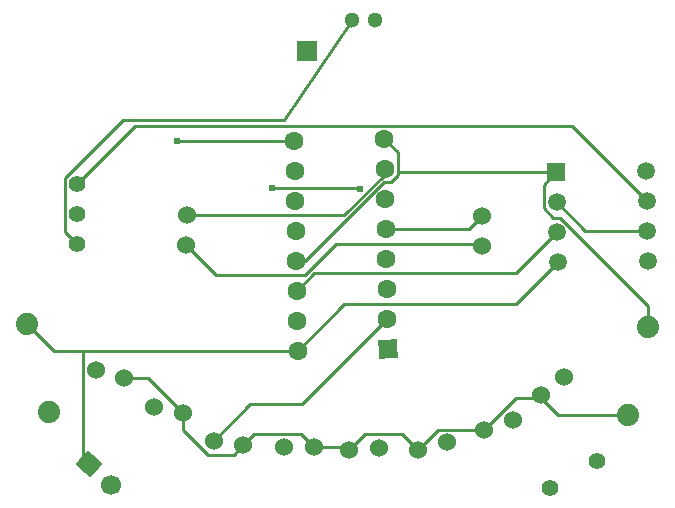
<source format=gtl>
G04 Layer: TopLayer*
G04 EasyEDA v6.5.51, 2025-10-19 10:48:53*
G04 5e3b94fd083e48a5883d67b6d006c6ac,63b151a7cfd24dbfbc8a16c83e39e105,10*
G04 Gerber Generator version 0.2*
G04 Scale: 100 percent, Rotated: No, Reflected: No *
G04 Dimensions in millimeters *
G04 leading zeros omitted , absolute positions ,4 integer and 5 decimal *
%FSLAX45Y45*%
%MOMM*%

%AMMACRO1*21,1,$1,$2,0,0,$3*%
%ADD10C,0.2540*%
%ADD11C,1.3000*%
%ADD12C,1.4000*%
%ADD13R,1.7000X1.7000*%
%ADD14C,1.5240*%
%ADD15MACRO1,1.7X1.5748X-42.9996*%
%ADD16C,1.7000*%
%ADD17C,0.0167*%
%ADD18C,1.8796*%
%ADD19MACRO1,1.5X1.5001X-88.9987*%
%ADD20C,1.5000*%
%ADD21C,1.6000*%
%ADD22MACRO1,1.6X1.6X-178.9994*%
%ADD23C,0.6096*%

%LPD*%
D10*
X1397000Y5685536D02*
G01*
X1294384Y5788152D01*
X1294384Y6246621D01*
X1784857Y6737095D01*
X3144774Y6737095D01*
X3722624Y7581900D01*
X4024223Y5048656D02*
G01*
X3304514Y4328947D01*
X2864713Y4328947D01*
X2553944Y4018178D01*
X2330754Y5930722D02*
G01*
X3660216Y5930722D01*
X4002049Y6272555D01*
X4002049Y6318453D01*
X4010939Y5810529D02*
G01*
X4716145Y5810529D01*
X4823790Y5918174D01*
X3794759Y6148095D02*
G01*
X3780815Y6162039D01*
X3044596Y6162039D01*
X3235756Y6559118D02*
G01*
X2242515Y6559118D01*
X6225159Y5797880D02*
G01*
X5699506Y5797880D01*
X5458840Y6038545D01*
X5454395Y6292494D02*
G01*
X4110151Y6292494D01*
X4110151Y6292494D02*
G01*
X4110151Y6459905D01*
X3997629Y6572427D01*
X6232499Y4981346D02*
G01*
X6232499Y5161178D01*
X5484342Y5909335D01*
X5428665Y5909335D01*
X5350459Y5987542D01*
X5350459Y6188557D01*
X5454395Y6292494D01*
X3253486Y5543270D02*
G01*
X3330397Y5543270D01*
X3996766Y6209639D01*
X4052697Y6209639D01*
X4110151Y6267094D01*
X4110151Y6292494D01*
X1798472Y4549698D02*
G01*
X1997075Y4549698D01*
X2295448Y4251325D01*
X4828209Y5664225D02*
G01*
X4811090Y5681345D01*
X3586835Y5681345D01*
X3326104Y5420613D01*
X2573909Y5420613D01*
X2317445Y5677077D01*
X4284218Y3942232D02*
G01*
X4455642Y4113656D01*
X4844922Y4113656D01*
X5322824Y4381144D02*
G01*
X5322824Y4404918D01*
X6061100Y4238879D02*
G01*
X5465089Y4238879D01*
X5322824Y4381144D01*
X5322824Y4381144D02*
G01*
X5112410Y4381144D01*
X4844922Y4113656D01*
X3403600Y3962400D02*
G01*
X3672408Y3962400D01*
X3696182Y3938625D01*
X3696182Y3938625D02*
G01*
X3837000Y4079443D01*
X4147007Y4079443D01*
X4284218Y3942232D01*
X2295448Y4251325D02*
G01*
X2295448Y4110329D01*
X2506700Y3899077D01*
X2721711Y3899077D01*
X2805455Y3982821D01*
X2805455Y3982821D02*
G01*
X2898927Y4076293D01*
X3289706Y4076293D01*
X3403600Y3962400D01*
X5467705Y5530595D02*
G01*
X5112232Y5175122D01*
X3660495Y5175122D01*
X3266770Y4781397D01*
X1449552Y4781397D02*
G01*
X1449552Y3865473D01*
X1494612Y3820413D01*
X3266770Y4781397D02*
G01*
X1449552Y4781397D01*
X1449552Y4781397D02*
G01*
X1198422Y4781397D01*
X974623Y5005196D01*
X6220713Y6051829D02*
G01*
X5587238Y6685305D01*
X1888693Y6685305D01*
X1397000Y6193612D01*
X3257905Y5289321D02*
G01*
X3406140Y5437555D01*
X5116271Y5437555D01*
X5463286Y5784570D01*
D11*
G01*
X3722700Y7581900D03*
G01*
X3922699Y7581900D03*
D12*
G01*
X5399539Y3622296D03*
G01*
X5801860Y3845303D03*
D13*
G01*
X3340100Y7315200D03*
D14*
G01*
X5086484Y4192148D03*
G01*
X4844915Y4113651D03*
G01*
X2553936Y4018175D03*
G01*
X2805463Y3982824D03*
G01*
X3949214Y3960769D03*
G01*
X3696185Y3938630D03*
G01*
X2330747Y5930724D03*
G01*
X2317452Y5677075D03*
G01*
X5522978Y4561288D03*
G01*
X5322821Y4404911D03*
G01*
X4529571Y4007970D03*
G01*
X4284228Y3942229D03*
G01*
X4823782Y5918179D03*
G01*
X4828217Y5664220D03*
G01*
X2047956Y4308469D03*
G01*
X2295443Y4251330D03*
G01*
X1554319Y4619706D03*
G01*
X1798480Y4549693D03*
G01*
X3149600Y3962400D03*
G01*
X3403600Y3962400D03*
D15*
G01*
X1494618Y3820412D03*
D16*
G01*
X1680382Y3647186D03*
D18*
G01*
X6061092Y4238866D03*
G01*
X6232507Y4981333D03*
G01*
X974628Y5005184D03*
G01*
X1158971Y4265815D03*
D12*
G01*
X1397000Y6193612D03*
G01*
X1397002Y5685609D03*
G01*
X1396997Y5939612D03*
D19*
G01*
X5454406Y6292490D03*
D20*
G01*
X5458843Y6038532D03*
G01*
X5463275Y5784568D03*
G01*
X5467708Y5530603D03*
G01*
X6216291Y6305796D03*
G01*
X6220724Y6051831D03*
G01*
X6225156Y5797867D03*
G01*
X6229596Y5543908D03*
D21*
G01*
X3266772Y4781384D03*
G01*
X3262340Y5035346D03*
G01*
X3257908Y5289308D03*
G01*
X3253473Y5543270D03*
G01*
X3249040Y5797232D03*
G01*
X3244608Y6051191D03*
G01*
X3240176Y6305153D03*
G01*
X3235744Y6559115D03*
G01*
X3997627Y6572415D03*
G01*
X4002059Y6318453D03*
G01*
X4006491Y6064491D03*
G01*
X4010926Y5810529D03*
G01*
X4015359Y5556567D03*
G01*
X4019791Y5302608D03*
G01*
X4024223Y5048646D03*
D22*
G01*
X4028654Y4794677D03*
D23*
G01*
X2242515Y6559118D03*
G01*
X3044596Y6162039D03*
G01*
X3794759Y6148095D03*
M02*

</source>
